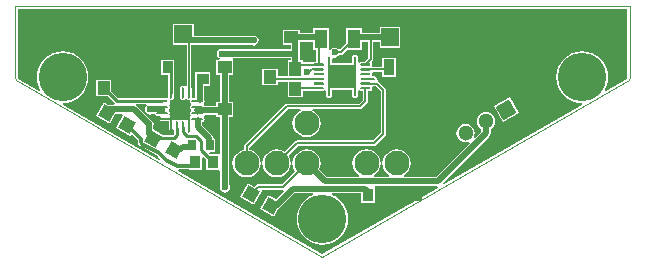
<source format=gtl>
G04*
G04 #@! TF.GenerationSoftware,Altium Limited,Altium Designer,22.4.2 (48)*
G04*
G04 Layer_Physical_Order=1*
G04 Layer_Color=255*
%FSLAX25Y25*%
%MOIN*%
G70*
G04*
G04 #@! TF.SameCoordinates,9DE54F71-11C6-4998-B53C-E160C00813D1*
G04*
G04*
G04 #@! TF.FilePolarity,Positive*
G04*
G01*
G75*
%ADD11C,0.00787*%
%ADD14C,0.00004*%
%ADD24R,0.04758X0.03985*%
%ADD25R,0.04134X0.04528*%
%ADD26R,0.03740X0.05315*%
%ADD27R,0.04331X0.06496*%
%ADD28R,0.05906X0.06102*%
%ADD29R,0.04134X0.03543*%
G04:AMPARAMS|DCode=30|XSize=9.42mil|YSize=38.03mil|CornerRadius=4.71mil|HoleSize=0mil|Usage=FLASHONLY|Rotation=0.000|XOffset=0mil|YOffset=0mil|HoleType=Round|Shape=RoundedRectangle|*
%AMROUNDEDRECTD30*
21,1,0.00942,0.02861,0,0,0.0*
21,1,0.00000,0.03803,0,0,0.0*
1,1,0.00942,0.00000,-0.01431*
1,1,0.00942,0.00000,-0.01431*
1,1,0.00942,0.00000,0.01431*
1,1,0.00942,0.00000,0.01431*
%
%ADD30ROUNDEDRECTD30*%
G04:AMPARAMS|DCode=31|XSize=38.03mil|YSize=9.42mil|CornerRadius=4.71mil|HoleSize=0mil|Usage=FLASHONLY|Rotation=0.000|XOffset=0mil|YOffset=0mil|HoleType=Round|Shape=RoundedRectangle|*
%AMROUNDEDRECTD31*
21,1,0.03803,0.00000,0,0,0.0*
21,1,0.02861,0.00942,0,0,0.0*
1,1,0.00942,0.01431,0.00000*
1,1,0.00942,-0.01431,0.00000*
1,1,0.00942,-0.01431,0.00000*
1,1,0.00942,0.01431,0.00000*
%
%ADD31ROUNDEDRECTD31*%
%ADD32R,0.03803X0.00942*%
%ADD33R,0.03543X0.04134*%
%ADD34P,0.06125X4X195.0*%
%ADD35R,0.02559X0.03543*%
%ADD37C,0.06909*%
%ADD38C,0.00709*%
%ADD42R,0.06614X0.06614*%
%ADD44P,0.07238X4X255.0*%
%ADD45C,0.05118*%
%ADD46C,0.06102*%
%ADD51C,0.02362*%
%ADD52C,0.01181*%
%ADD53C,0.01968*%
%ADD54C,0.00500*%
%ADD55C,0.00941*%
%ADD56C,0.00906*%
%ADD57C,0.02000*%
%ADD58C,0.16142*%
%ADD59C,0.08268*%
%ADD60C,0.01968*%
G36*
X259040Y78846D02*
X258868Y78208D01*
X251973Y74238D01*
X251600Y74600D01*
X252051Y75444D01*
X252541Y77060D01*
X252707Y78740D01*
X252541Y80420D01*
X252051Y82036D01*
X251255Y83525D01*
X250184Y84830D01*
X248879Y85901D01*
X247390Y86697D01*
X245775Y87187D01*
X244094Y87353D01*
X242414Y87187D01*
X240799Y86697D01*
X239310Y85901D01*
X238005Y84830D01*
X236934Y83525D01*
X236138Y82036D01*
X235648Y80420D01*
X235482Y78740D01*
X235648Y77060D01*
X236138Y75444D01*
X236934Y73955D01*
X238005Y72650D01*
X239310Y71579D01*
X240799Y70783D01*
X242414Y70293D01*
X243872Y70150D01*
X243983Y69636D01*
X198064Y43194D01*
X197758Y43595D01*
X213081Y58919D01*
X213413Y59415D01*
X213529Y60000D01*
Y61322D01*
X213543Y61328D01*
X214182Y61818D01*
X214672Y62457D01*
X214980Y63201D01*
X215085Y64000D01*
X214980Y64799D01*
X214672Y65543D01*
X214182Y66182D01*
X213543Y66672D01*
X212799Y66980D01*
X212000Y67085D01*
X211201Y66980D01*
X210457Y66672D01*
X209818Y66182D01*
X209328Y65543D01*
X209020Y64799D01*
X208915Y64000D01*
X209020Y63201D01*
X209328Y62457D01*
X209818Y61818D01*
X210457Y61328D01*
X210471Y61322D01*
Y60633D01*
X208420Y58583D01*
X207996Y58866D01*
X208161Y59264D01*
X208266Y60063D01*
X208161Y60862D01*
X207853Y61606D01*
X207363Y62245D01*
X206724Y62735D01*
X205979Y63043D01*
X205181Y63148D01*
X204382Y63043D01*
X203638Y62735D01*
X202999Y62245D01*
X202509Y61606D01*
X202201Y60862D01*
X202096Y60063D01*
X202201Y59264D01*
X202509Y58520D01*
X202999Y57881D01*
X203638Y57391D01*
X204382Y57083D01*
X205181Y56977D01*
X205979Y57083D01*
X206378Y57248D01*
X206661Y56824D01*
X195367Y45529D01*
X184709D01*
X184603Y46029D01*
X185470Y46695D01*
X186213Y47663D01*
X186680Y48790D01*
X186839Y50000D01*
X186680Y51210D01*
X186213Y52337D01*
X185470Y53305D01*
X184502Y54048D01*
X183375Y54515D01*
X182165Y54674D01*
X180956Y54515D01*
X179829Y54048D01*
X178860Y53305D01*
X178118Y52337D01*
X177651Y51210D01*
X177492Y50000D01*
X177651Y48790D01*
X178118Y47663D01*
X178860Y46695D01*
X179728Y46029D01*
X179622Y45529D01*
X174709D01*
X174603Y46029D01*
X175470Y46695D01*
X176213Y47663D01*
X176680Y48790D01*
X176839Y50000D01*
X176680Y51210D01*
X176213Y52337D01*
X175470Y53305D01*
X174502Y54048D01*
X173375Y54515D01*
X172165Y54674D01*
X170956Y54515D01*
X169828Y54048D01*
X168860Y53305D01*
X168118Y52337D01*
X167651Y51210D01*
X167492Y50000D01*
X167651Y48790D01*
X168118Y47663D01*
X168860Y46695D01*
X169728Y46029D01*
X169622Y45529D01*
X158799D01*
X156345Y47983D01*
X156680Y48790D01*
X156839Y50000D01*
X156680Y51210D01*
X156213Y52337D01*
X155470Y53305D01*
X154502Y54048D01*
X153375Y54515D01*
X152165Y54674D01*
X150956Y54515D01*
X149829Y54048D01*
X148861Y53305D01*
X148118Y52337D01*
X147651Y51210D01*
X147492Y50000D01*
X147651Y48790D01*
X148118Y47663D01*
X148301Y47424D01*
X143962Y43085D01*
X135958D01*
X135609Y43016D01*
X135313Y42818D01*
X134687Y42193D01*
X132578Y43411D01*
X129912Y38794D01*
X134529Y36129D01*
X137194Y40745D01*
X137163Y40763D01*
X137297Y41263D01*
X144340D01*
X144435Y41282D01*
X144681Y40821D01*
X141893Y38033D01*
X139397Y39474D01*
X136731Y34857D01*
X141348Y32192D01*
X142788Y34686D01*
X142903Y34763D01*
X148127Y39987D01*
X154222D01*
X154296Y39487D01*
X154184Y39453D01*
X152696Y38657D01*
X151391Y37586D01*
X150319Y36281D01*
X149524Y34792D01*
X149033Y33176D01*
X148868Y31496D01*
X149033Y29816D01*
X149524Y28200D01*
X150319Y26711D01*
X151391Y25406D01*
X152696Y24335D01*
X154184Y23539D01*
X155800Y23049D01*
X157480Y22884D01*
X159160Y23049D01*
X160776Y23539D01*
X162265Y24335D01*
X163570Y25406D01*
X164641Y26711D01*
X165437Y28200D01*
X165927Y29816D01*
X166093Y31496D01*
X165927Y33176D01*
X165437Y34792D01*
X164641Y36281D01*
X163570Y37586D01*
X162265Y38657D01*
X160776Y39453D01*
X160664Y39487D01*
X160739Y39987D01*
X170374D01*
Y36933D01*
X174917D01*
Y42067D01*
X175150Y42471D01*
X195806D01*
X195939Y41971D01*
X157480Y19824D01*
X109414Y47504D01*
X109548Y48004D01*
X112874D01*
Y47933D01*
X117417D01*
Y51910D01*
X117879Y52101D01*
X118553Y51427D01*
X118583Y51408D01*
Y47933D01*
X123126D01*
X123330Y47517D01*
Y42220D01*
X123286Y42000D01*
X123416Y41344D01*
X123788Y40788D01*
X124344Y40416D01*
X125000Y40286D01*
X125656Y40416D01*
X126212Y40788D01*
X126584Y41344D01*
X126714Y42000D01*
X126584Y42656D01*
X126356Y42996D01*
Y65508D01*
X127722D01*
Y70492D01*
X126356D01*
Y79508D01*
X127722D01*
Y84487D01*
X127722Y84492D01*
X127735Y84987D01*
X146916D01*
Y84323D01*
X145862D01*
Y79124D01*
X142567D01*
Y81610D01*
X137433D01*
Y76083D01*
X142567D01*
Y77301D01*
X145862D01*
Y72102D01*
X150996D01*
Y74152D01*
X154494D01*
X154551Y74128D01*
X157582D01*
X157682Y74169D01*
X157789D01*
X157934Y74229D01*
X158010Y74305D01*
X158110Y74347D01*
X158136Y74373D01*
X158534Y74278D01*
X158636Y74220D01*
Y72504D01*
X158794Y72121D01*
X159177Y71963D01*
X160161D01*
X160544Y72121D01*
X160703Y72504D01*
Y74620D01*
X167297D01*
Y72504D01*
X167456Y72121D01*
X167839Y71963D01*
X168823D01*
X169205Y72121D01*
X169364Y72504D01*
Y74220D01*
X169466Y74278D01*
X169864Y74373D01*
X169890Y74347D01*
X169990Y74305D01*
X170066Y74229D01*
X170211Y74169D01*
X170318D01*
X170418Y74128D01*
X170906D01*
Y71194D01*
X169623Y69911D01*
X145500D01*
X145151Y69842D01*
X144856Y69644D01*
X131521Y56310D01*
X131324Y56014D01*
X131254Y55665D01*
Y54554D01*
X130956Y54515D01*
X129829Y54048D01*
X128860Y53305D01*
X128118Y52337D01*
X127651Y51210D01*
X127492Y50000D01*
X127651Y48790D01*
X128118Y47663D01*
X128860Y46695D01*
X129829Y45952D01*
X130956Y45485D01*
X132165Y45326D01*
X133375Y45485D01*
X134502Y45952D01*
X135470Y46695D01*
X136213Y47663D01*
X136680Y48790D01*
X136839Y50000D01*
X136680Y51210D01*
X136213Y52337D01*
X135470Y53305D01*
X134502Y54048D01*
X133375Y54515D01*
X133077Y54554D01*
Y55288D01*
X145877Y68089D01*
X150104D01*
X150203Y67589D01*
X149829Y67434D01*
X148861Y66691D01*
X148118Y65723D01*
X147651Y64596D01*
X147492Y63386D01*
X147651Y62176D01*
X148118Y61049D01*
X148861Y60081D01*
X149829Y59338D01*
X150956Y58871D01*
X152165Y58712D01*
X153375Y58871D01*
X154502Y59338D01*
X155470Y60081D01*
X156213Y61049D01*
X156680Y62176D01*
X156839Y63386D01*
X156680Y64596D01*
X156213Y65723D01*
X155470Y66691D01*
X154502Y67434D01*
X154127Y67589D01*
X154227Y68089D01*
X170000D01*
X170349Y68158D01*
X170644Y68356D01*
X172461Y70173D01*
X172659Y70468D01*
X172728Y70817D01*
Y74128D01*
X173449D01*
X173831Y74287D01*
X173990Y74669D01*
Y75457D01*
X174170Y75727D01*
X175228D01*
X176832Y74123D01*
Y60121D01*
X174366Y57654D01*
X148909D01*
X148560Y57585D01*
X148264Y57388D01*
X144741Y53864D01*
X144502Y54048D01*
X143375Y54515D01*
X142165Y54674D01*
X140956Y54515D01*
X139829Y54048D01*
X138860Y53305D01*
X138118Y52337D01*
X137651Y51210D01*
X137492Y50000D01*
X137651Y48790D01*
X138118Y47663D01*
X138860Y46695D01*
X139829Y45952D01*
X140956Y45485D01*
X142165Y45326D01*
X143375Y45485D01*
X144502Y45952D01*
X145470Y46695D01*
X146213Y47663D01*
X146680Y48790D01*
X146839Y50000D01*
X146680Y51210D01*
X146213Y52337D01*
X146030Y52576D01*
X149286Y55832D01*
X174743D01*
X175092Y55901D01*
X175388Y56099D01*
X178387Y59099D01*
X178585Y59395D01*
X178654Y59743D01*
Y74500D01*
X178585Y74849D01*
X178387Y75144D01*
X176250Y77282D01*
X175954Y77480D01*
X175905Y77538D01*
X175663Y78031D01*
X175699Y78213D01*
X175629Y78561D01*
X175432Y78857D01*
X175136Y79054D01*
X174787Y79124D01*
X174170D01*
X173990Y79394D01*
Y80181D01*
X174170Y80451D01*
X177177D01*
Y78843D01*
X181917D01*
Y85158D01*
X177177D01*
Y82273D01*
X174170D01*
X173990Y82543D01*
Y83331D01*
X173834Y83707D01*
X174144Y84017D01*
X174342Y84313D01*
X174411Y84661D01*
Y90487D01*
X176504D01*
Y88449D01*
X183409D01*
Y95551D01*
X176504D01*
Y93513D01*
X174261D01*
X174156Y93584D01*
X173500Y93714D01*
X172844Y93584D01*
X172739Y93513D01*
X170775D01*
Y95248D01*
X165445D01*
Y90123D01*
X163359Y88037D01*
X162802Y88078D01*
X162712Y88212D01*
X162156Y88584D01*
X161500Y88714D01*
X160844Y88584D01*
X160288Y88212D01*
X160055Y87863D01*
X159555Y88015D01*
Y95248D01*
X154225D01*
Y93513D01*
X150036D01*
Y94492D01*
X144278D01*
Y89508D01*
X146916D01*
Y88013D01*
X124761D01*
X124656Y88084D01*
X124000Y88214D01*
X123344Y88084D01*
X122788Y87712D01*
X122416Y87156D01*
X122286Y86500D01*
X122416Y85844D01*
X122788Y85288D01*
X123230Y84992D01*
X123108Y84492D01*
X121964D01*
Y79508D01*
X123330D01*
Y70492D01*
X121964D01*
Y69280D01*
X118019D01*
X117883Y69484D01*
Y70052D01*
X118097Y70373D01*
X118173Y70752D01*
X118097Y71131D01*
X118012Y71259D01*
X118013Y71265D01*
Y75874D01*
X120067D01*
Y80417D01*
X114933D01*
Y75874D01*
X114987D01*
Y71742D01*
X114322D01*
X114321Y71742D01*
X113895Y72167D01*
X113896Y72168D01*
Y75029D01*
X113820Y75408D01*
X113765Y75491D01*
Y89449D01*
X114496D01*
Y89487D01*
X133739D01*
X133844Y89416D01*
X134500Y89286D01*
X135156Y89416D01*
X135712Y89788D01*
X136084Y90344D01*
X136214Y91000D01*
X136084Y91656D01*
X135712Y92212D01*
X135156Y92584D01*
X134500Y92714D01*
X133844Y92584D01*
X133739Y92513D01*
X114496D01*
Y96551D01*
X107591D01*
Y89449D01*
X112235D01*
Y75749D01*
X112228Y75745D01*
X112197Y75729D01*
X111637D01*
X111316Y75944D01*
X110937Y76019D01*
X110558Y75944D01*
X110237Y75729D01*
X110022Y75408D01*
X109947Y75029D01*
Y72168D01*
X110022Y71789D01*
X110237Y71468D01*
X110558Y71254D01*
X110937Y71178D01*
X111316Y71254D01*
X111637Y71468D01*
X112206D01*
X112527Y71254D01*
X112906Y71178D01*
X112907Y71178D01*
X113332Y70753D01*
X113332Y70752D01*
X113407Y70373D01*
X113622Y70052D01*
Y69484D01*
X113407Y69162D01*
X113332Y68784D01*
X113407Y68405D01*
X113622Y68084D01*
Y67515D01*
X113407Y67194D01*
X113332Y66815D01*
X113407Y66436D01*
X113622Y66115D01*
Y65972D01*
X113268Y65714D01*
X113121Y65712D01*
X110494Y68340D01*
X110245Y68506D01*
X109953Y68564D01*
X109660Y68506D01*
X109412Y68340D01*
X106890Y65818D01*
X106715Y65860D01*
X106494Y66429D01*
X106499Y66436D01*
X106574Y66815D01*
X106499Y67194D01*
X106284Y67515D01*
Y68084D01*
X106499Y68405D01*
X106574Y68784D01*
X106499Y69162D01*
X106419Y69281D01*
X106555Y69781D01*
X106555D01*
Y70757D01*
X107000Y71178D01*
X107379Y71254D01*
X107700Y71468D01*
X107915Y71789D01*
X107990Y72168D01*
Y75029D01*
X107990Y75032D01*
Y79433D01*
X108126D01*
Y84567D01*
X103583D01*
Y79433D01*
X106010D01*
Y75032D01*
X106010Y75029D01*
Y72168D01*
X105589Y71723D01*
X104246D01*
X104153Y71742D01*
X89311D01*
X87067Y73986D01*
Y77917D01*
X81933D01*
Y72390D01*
X85864D01*
X88202Y70052D01*
X88260Y70013D01*
X88109Y69513D01*
X86132D01*
X84577Y70411D01*
X81912Y65794D01*
X86529Y63129D01*
X88467Y66487D01*
X90827D01*
X91115Y65987D01*
X88731Y61857D01*
X93348Y59192D01*
X93542Y59529D01*
X94038Y59594D01*
X95893Y57740D01*
Y57026D01*
X95893Y57025D01*
X95977Y56600D01*
X96218Y56239D01*
X96639Y55818D01*
X96760Y55738D01*
X96869Y55642D01*
X102516Y52381D01*
X102645Y52283D01*
X103362Y51566D01*
X103055Y51166D01*
X70979Y69637D01*
X71090Y70150D01*
X72546Y70293D01*
X74162Y70783D01*
X75651Y71579D01*
X76956Y72650D01*
X78027Y73955D01*
X78823Y75444D01*
X79313Y77060D01*
X79479Y78740D01*
X79313Y80420D01*
X78823Y82036D01*
X78027Y83525D01*
X76956Y84830D01*
X75651Y85901D01*
X74162Y86697D01*
X72546Y87187D01*
X70866Y87353D01*
X69186Y87187D01*
X67570Y86697D01*
X66081Y85901D01*
X64776Y84830D01*
X63705Y83525D01*
X62909Y82036D01*
X62419Y80420D01*
X62254Y78740D01*
X62419Y77060D01*
X62909Y75444D01*
X63360Y74601D01*
X62986Y74239D01*
X56092Y78210D01*
X55921Y78846D01*
Y101559D01*
X259040Y101559D01*
Y78846D01*
D02*
G37*
G36*
X154225Y87752D02*
X155272D01*
Y83872D01*
X154551D01*
X154494Y83848D01*
X150996D01*
Y84323D01*
X149942D01*
Y86500D01*
Y89508D01*
X150036D01*
Y90487D01*
X154225D01*
Y87752D01*
D02*
G37*
G36*
X172589Y85039D02*
X171422Y83872D01*
X170418D01*
X170318Y83831D01*
X170211D01*
X170066Y83771D01*
X169990Y83695D01*
X169890Y83653D01*
X169864Y83627D01*
X169466Y83722D01*
X169364Y83780D01*
Y85496D01*
X169205Y85879D01*
X168823Y86037D01*
X167839D01*
X167456Y85879D01*
X167297Y85496D01*
Y83380D01*
X160703D01*
Y84955D01*
X161203Y85345D01*
X161500Y85286D01*
X162156Y85416D01*
X162712Y85788D01*
X162913Y86089D01*
X163610D01*
X163959Y86158D01*
X164254Y86356D01*
X165651Y87752D01*
X170775D01*
Y90487D01*
X172589D01*
Y85039D01*
D02*
G37*
G36*
X168823Y72504D02*
X167839D01*
Y75161D01*
X160161D01*
Y72504D01*
X159177D01*
Y85496D01*
X160161D01*
Y82839D01*
X167839D01*
Y85496D01*
X168823D01*
Y72504D01*
D02*
G37*
G36*
X173449Y82543D02*
X170418D01*
X170273Y82603D01*
X170162Y82714D01*
X170102Y82859D01*
Y82937D01*
Y83015D01*
X170162Y83160D01*
X170273Y83271D01*
X170418Y83331D01*
X173449D01*
Y82543D01*
D02*
G37*
G36*
X157727Y83271D02*
X157838Y83160D01*
X157898Y83015D01*
Y82937D01*
Y82859D01*
X157838Y82714D01*
X157727Y82603D01*
X157582Y82543D01*
X154551D01*
Y83331D01*
X157582D01*
X157727Y83271D01*
D02*
G37*
G36*
X173449Y80968D02*
X170418D01*
X170273Y81028D01*
X170162Y81139D01*
X170102Y81284D01*
Y81362D01*
Y81441D01*
X170162Y81585D01*
X170273Y81696D01*
X170418Y81756D01*
X170496D01*
Y81756D01*
X173449D01*
Y80968D01*
D02*
G37*
G36*
X157504Y81756D02*
X157582D01*
X157727Y81696D01*
X157838Y81585D01*
X157898Y81441D01*
Y81362D01*
Y81284D01*
X157838Y81139D01*
X157727Y81028D01*
X157582Y80968D01*
X154551D01*
Y81756D01*
X157504Y81756D01*
D02*
G37*
G36*
X173449Y79394D02*
X170418D01*
X170273Y79454D01*
X170162Y79564D01*
X170102Y79709D01*
Y79787D01*
Y79866D01*
X170162Y80010D01*
X170273Y80121D01*
X170418Y80181D01*
X173449D01*
Y79394D01*
D02*
G37*
G36*
X157727Y80121D02*
X157838Y80010D01*
X157898Y79866D01*
Y79787D01*
Y79709D01*
X157838Y79564D01*
X157727Y79454D01*
X157582Y79394D01*
X154551D01*
Y80181D01*
X157582D01*
X157727Y80121D01*
D02*
G37*
G36*
X173449Y77819D02*
X170418D01*
X170273Y77879D01*
X170162Y77990D01*
X170102Y78134D01*
Y78213D01*
Y78291D01*
X170162Y78436D01*
X170273Y78546D01*
X170418Y78606D01*
X173449D01*
Y77819D01*
D02*
G37*
G36*
X157727Y78546D02*
X157838Y78436D01*
X157898Y78291D01*
Y78213D01*
Y78134D01*
X157838Y77990D01*
X157727Y77879D01*
X157582Y77819D01*
X154551D01*
Y78606D01*
X157582D01*
X157727Y78546D01*
D02*
G37*
G36*
X173449Y76244D02*
X170496Y76244D01*
X170418D01*
X170273Y76304D01*
X170162Y76415D01*
X170102Y76560D01*
Y76638D01*
Y76716D01*
X170162Y76861D01*
X170273Y76972D01*
X170418Y77031D01*
X173449D01*
Y76244D01*
D02*
G37*
G36*
X157727Y76972D02*
X157838Y76861D01*
X157898Y76716D01*
Y76638D01*
Y76560D01*
X157838Y76415D01*
X157727Y76304D01*
X157582Y76244D01*
X157504D01*
Y76244D01*
X154551D01*
Y77031D01*
X157582D01*
X157727Y76972D01*
D02*
G37*
G36*
X173449Y74669D02*
X170418D01*
X170273Y74729D01*
X170162Y74840D01*
X170102Y74985D01*
Y75063D01*
Y75141D01*
X170162Y75286D01*
X170273Y75397D01*
X170418Y75457D01*
X173449D01*
Y74669D01*
D02*
G37*
G36*
X157727Y75397D02*
X157838Y75286D01*
X157898Y75141D01*
Y75063D01*
Y74985D01*
X157838Y74840D01*
X157727Y74729D01*
X157582Y74669D01*
X154551D01*
Y75457D01*
X157582D01*
X157727Y75397D01*
D02*
G37*
G36*
X98864Y69263D02*
X98788Y69212D01*
X98416Y68656D01*
X98286Y68000D01*
X98416Y67344D01*
X98788Y66788D01*
X99344Y66416D01*
X100000Y66286D01*
X100656Y66416D01*
X100761Y66487D01*
X101798D01*
X101808Y66436D01*
X102023Y66115D01*
X102344Y65900D01*
X102723Y65825D01*
X103368D01*
X103500Y65589D01*
X103571Y65325D01*
X103447Y65139D01*
X103389Y64847D01*
X103447Y64554D01*
X103613Y64306D01*
X103861Y64140D01*
X104153Y64082D01*
X106235D01*
Y62000D01*
X106293Y61707D01*
X106459Y61459D01*
X106707Y61294D01*
X107000Y61235D01*
X107293Y61294D01*
X107478Y61418D01*
X107742Y61347D01*
X107978Y61215D01*
Y60569D01*
X107981Y60555D01*
Y59849D01*
X107622Y59490D01*
X104271D01*
X101013Y61370D01*
Y62239D01*
X101084Y62344D01*
X101214Y63000D01*
X101084Y63656D01*
X100712Y64212D01*
X100156Y64584D01*
X100032Y64608D01*
X95570Y69070D01*
X95282Y69263D01*
X95433Y69763D01*
X98712D01*
X98864Y69263D01*
D02*
G37*
G36*
X121964Y65508D02*
X123330D01*
Y53483D01*
X123126Y53067D01*
X119916D01*
X119795Y53228D01*
X120046Y53728D01*
X121634D01*
Y58272D01*
X121515D01*
X121072Y58441D01*
X120957Y59020D01*
X120629Y59511D01*
X117451Y62690D01*
Y63910D01*
X117562Y63932D01*
X117883Y64147D01*
X118097Y64468D01*
X118173Y64847D01*
X118097Y65225D01*
X117883Y65547D01*
Y65792D01*
X118322Y66254D01*
X121964D01*
Y65508D01*
D02*
G37*
%LPC*%
G36*
X219939Y72116D02*
X214640Y69057D01*
X217699Y63758D01*
X222998Y66817D01*
X219939Y72116D01*
D02*
G37*
%LPD*%
D11*
X171776Y82937D02*
X173500Y84661D01*
Y92000D01*
X171817Y76638D02*
X175605D01*
X177743Y74500D01*
X171817Y78213D02*
X174787D01*
X153841Y81362D02*
X156183D01*
X152979Y80500D02*
X153841Y81362D01*
X148559Y82937D02*
X153997D01*
X163610Y87000D02*
X168110Y91500D01*
X161500Y87000D02*
X163610D01*
X153997Y82937D02*
X156183D01*
X140634Y78213D02*
X156224D01*
X148429Y82937D02*
X148559D01*
X144340Y42174D02*
X152165Y50000D01*
X135958Y42174D02*
X144340D01*
X133553Y39770D02*
X135958Y42174D01*
X171817Y70817D02*
Y75063D01*
X132165Y50000D02*
Y55665D01*
X145500Y69000D01*
X170000D01*
X171817Y70817D01*
X177743Y59743D02*
Y74500D01*
X174743Y56743D02*
X177743Y59743D01*
X148909Y56743D02*
X174743D01*
X142165Y50000D02*
X148909Y56743D01*
X171776Y81362D02*
X178909D01*
X148409Y75063D02*
X156224D01*
X156183Y82937D02*
Y89293D01*
X90999Y85693D02*
X87719D01*
X87063Y86349D01*
Y87661D01*
X87719Y88317D01*
X90999D01*
X90343Y89629D02*
X90999Y90285D01*
Y91597D01*
X90343Y92252D01*
X89687D01*
X89031Y91597D01*
Y90941D01*
Y91597D01*
X88375Y92252D01*
X87719D01*
X87063Y91597D01*
Y90285D01*
X87719Y89629D01*
D14*
X55404Y77680D02*
X157480Y18898D01*
X259557Y77679D01*
X259842Y78740D01*
Y102362D01*
X55118Y102362D02*
X259842Y102362D01*
X55118Y78740D02*
Y102362D01*
Y78740D02*
X55404Y77680D01*
D24*
X124843Y68000D02*
D03*
X131157D02*
D03*
X140843Y92000D02*
D03*
X147157D02*
D03*
X131157Y82000D02*
D03*
X124843D02*
D03*
D25*
X140000Y72154D02*
D03*
Y78846D02*
D03*
X148429Y81559D02*
D03*
Y74866D02*
D03*
X84500Y81846D02*
D03*
Y75154D02*
D03*
D26*
X179547Y82000D02*
D03*
X185453D02*
D03*
D27*
X168110Y91500D02*
D03*
X156890D02*
D03*
D28*
X179957Y92000D02*
D03*
X187043D02*
D03*
X103957Y93000D02*
D03*
X111043D02*
D03*
D29*
X117500Y83854D02*
D03*
Y78146D02*
D03*
D30*
X107000Y73599D02*
D03*
X108969D02*
D03*
X110937D02*
D03*
X112906D02*
D03*
Y62000D02*
D03*
X110937D02*
D03*
X108969D02*
D03*
X107000D02*
D03*
D31*
X115752Y70752D02*
D03*
Y68784D02*
D03*
Y66815D02*
D03*
Y64847D02*
D03*
X104153D02*
D03*
Y66815D02*
D03*
Y68784D02*
D03*
D32*
Y70752D02*
D03*
D33*
X100146Y82000D02*
D03*
X105854D02*
D03*
X120854Y50500D02*
D03*
X115146D02*
D03*
X178354Y39500D02*
D03*
X172646D02*
D03*
D34*
X140372Y35833D02*
D03*
X133553Y39770D02*
D03*
X85553Y66770D02*
D03*
X92372Y62833D02*
D03*
X107872Y54333D02*
D03*
X101053Y58270D02*
D03*
D35*
X119854Y56000D02*
D03*
X114146D02*
D03*
D37*
X164000Y79000D02*
D03*
D38*
X156224Y75063D02*
D03*
Y76638D02*
D03*
Y78213D02*
D03*
X156183Y79787D02*
D03*
Y81362D02*
D03*
Y82937D02*
D03*
X171776D02*
D03*
Y81362D02*
D03*
Y79787D02*
D03*
X171817Y78213D02*
D03*
Y76638D02*
D03*
Y75063D02*
D03*
D42*
X109953Y67799D02*
D03*
D44*
X218819Y67937D02*
D03*
D45*
X212000Y64000D02*
D03*
X205181Y60063D02*
D03*
D46*
X225638Y71874D02*
D03*
X198362Y56126D02*
D03*
D51*
X152177Y80500D02*
D03*
X161500Y87000D02*
D03*
X225000Y86500D02*
D03*
X221000Y92500D02*
D03*
X134500Y91000D02*
D03*
X125000Y42000D02*
D03*
X124000Y86500D02*
D03*
X173500Y92000D02*
D03*
X130000Y100000D02*
D03*
X100000Y68000D02*
D03*
X145500Y29500D02*
D03*
X167543Y80968D02*
D03*
X164000D02*
D03*
X160457D02*
D03*
X167543Y77031D02*
D03*
X164000D02*
D03*
X160457D02*
D03*
X99500Y63000D02*
D03*
X102500Y62000D02*
D03*
X110000Y100500D02*
D03*
X173500Y99500D02*
D03*
X189500Y38500D02*
D03*
D52*
X114800Y49461D02*
X114800Y49461D01*
X97004Y57025D02*
X97426Y56605D01*
X97004Y57025D02*
Y58200D01*
X92372Y62833D02*
X97004Y58200D01*
X103135Y53308D02*
X103380Y53120D01*
X105089Y51411D01*
X105335Y51222D02*
X108994Y49115D01*
X97426Y56605D02*
X103135Y53308D01*
X105089Y51411D02*
X105335Y51222D01*
X114800Y49461D02*
X115146Y49807D01*
Y50500D01*
X108994Y49115D02*
X114454D01*
X114800Y49461D01*
D53*
X168610Y92000D02*
X173500D01*
X124843Y68000D02*
Y69657D01*
X113043Y91000D02*
X134500D01*
X113000Y90957D02*
X113043Y91000D01*
X124843Y42157D02*
X125000Y42000D01*
X124843Y42157D02*
Y68000D01*
Y69657D02*
Y82000D01*
X85553Y68000D02*
X94500D01*
X124000Y86500D02*
X148429D01*
Y82937D02*
Y86500D01*
Y91571D01*
Y81559D02*
Y82937D01*
X148000Y92000D02*
X156390D01*
X116500Y71265D02*
Y78000D01*
X173500Y92000D02*
X179957D01*
X100000Y68000D02*
X102969D01*
X85553Y66770D02*
Y68000D01*
X94500D02*
X99500Y63000D01*
X140372Y35833D02*
X141833D01*
X147500Y41500D01*
X171646D01*
X172646Y40500D01*
X115817Y67767D02*
X122953D01*
X156390Y92000D02*
X156890Y91500D01*
X100742Y58459D02*
Y58459D01*
X99500Y59701D02*
X100742Y58459D01*
X99500Y59701D02*
Y63000D01*
X115937Y62063D02*
X119559Y58441D01*
X104153Y67323D02*
Y68228D01*
X115937Y62063D02*
Y64333D01*
X119559Y56295D02*
Y58441D01*
Y56295D02*
X119854Y56000D01*
X107872Y54333D02*
X109698D01*
X110873Y55508D01*
X113654D01*
X114146Y56000D01*
D54*
X152177Y80500D02*
X152979D01*
X113000Y90957D02*
Y91043D01*
Y74500D02*
Y90957D01*
X112906Y74406D02*
X113000Y74500D01*
X111043Y93000D02*
X113000Y91043D01*
X112906Y73599D02*
Y74406D01*
X178909Y81362D02*
X179547Y82000D01*
X168110Y91500D02*
X168610Y92000D01*
X140000Y78846D02*
X140634Y78213D01*
X148000Y74654D02*
X148409Y75063D01*
X156183Y89293D02*
X157390Y90500D01*
X156445Y91055D02*
X156890Y91500D01*
Y91390D02*
Y91500D01*
X156500Y91000D02*
X156890Y91390D01*
X107000Y62000D02*
Y64847D01*
X104153D02*
X107000D01*
X104153Y67092D02*
X104153Y66815D01*
X112906Y62000D02*
Y64847D01*
X107000D02*
X109953Y67799D01*
X112906Y64847D01*
X150000Y50000D02*
X152165D01*
X133553Y39770D02*
X133730D01*
D55*
X122953Y67767D02*
X124843Y69657D01*
X107000Y73599D02*
Y82000D01*
X84500Y75154D02*
X88901Y70752D01*
X115817Y67767D02*
Y68719D01*
Y66815D02*
Y67767D01*
X115752Y68784D02*
X115817Y68719D01*
X103054Y58500D02*
X108031D01*
X108971Y59439D01*
Y61908D01*
X88901Y70752D02*
X104153D01*
D56*
X115399Y59146D02*
X117000Y57544D01*
X112222Y59146D02*
X115399D01*
X110944Y60424D02*
X112222Y59146D01*
X110944Y60424D02*
Y61987D01*
X110937Y61994D02*
X110944Y61987D01*
X117000Y54354D02*
Y57544D01*
X119536Y52114D02*
X120854Y50795D01*
Y50500D02*
Y50795D01*
X117000Y54354D02*
X119240Y52114D01*
X119536D01*
D57*
X152165Y50000D02*
X158165Y44000D01*
X196000D01*
X212000Y60000D01*
Y64000D01*
D58*
X157480Y31496D02*
D03*
X70866Y78740D02*
D03*
X244094D02*
D03*
D59*
X132165Y50000D02*
D03*
X162165D02*
D03*
X172165D02*
D03*
X182165D02*
D03*
X142165D02*
D03*
X152165D02*
D03*
Y63386D02*
D03*
X162165D02*
D03*
D60*
X88110Y93161D02*
D03*
Y89224D02*
D03*
X94016D02*
D03*
Y93161D02*
D03*
X91063Y91193D02*
D03*
M02*

</source>
